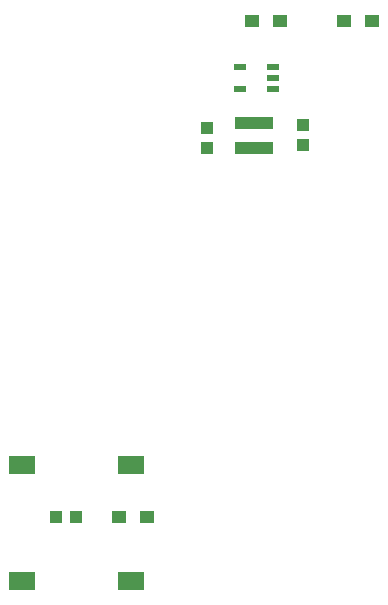
<source format=gtp>
%FSLAX44Y44*%
%MOMM*%
G71*
G01*
G75*
G04 Layer_Color=8421504*
%ADD10R,2.1800X1.6000*%
%ADD11R,1.0000X1.1000*%
%ADD12R,1.2500X1.1000*%
%ADD13R,3.2000X1.1200*%
%ADD14R,1.1000X1.0000*%
%ADD15R,1.1000X0.6000*%
%ADD16C,0.7000*%
%ADD17C,0.2540*%
%ADD18C,1.5240*%
%ADD19C,2.5000*%
%ADD20C,2.2000*%
%ADD21C,1.8000*%
%ADD22C,2.0000*%
%ADD23C,0.7000*%
%ADD24C,1.2700*%
%ADD25C,1.2100*%
%ADD26C,1.0000*%
%ADD27R,2.0000X0.6000*%
G04:AMPARAMS|DCode=28|XSize=2mm|YSize=0.8mm|CornerRadius=0.2mm|HoleSize=0mm|Usage=FLASHONLY|Rotation=270.000|XOffset=0mm|YOffset=0mm|HoleType=Round|Shape=RoundedRectangle|*
%AMROUNDEDRECTD28*
21,1,2.0000,0.4000,0,0,270.0*
21,1,1.6000,0.8000,0,0,270.0*
1,1,0.4000,-0.2000,-0.8000*
1,1,0.4000,-0.2000,0.8000*
1,1,0.4000,0.2000,0.8000*
1,1,0.4000,0.2000,-0.8000*
%
%ADD28ROUNDEDRECTD28*%
G04:AMPARAMS|DCode=29|XSize=2mm|YSize=0.8mm|CornerRadius=0.2mm|HoleSize=0mm|Usage=FLASHONLY|Rotation=0.000|XOffset=0mm|YOffset=0mm|HoleType=Round|Shape=RoundedRectangle|*
%AMROUNDEDRECTD29*
21,1,2.0000,0.4000,0,0,0.0*
21,1,1.6000,0.8000,0,0,0.0*
1,1,0.4000,0.8000,-0.2000*
1,1,0.4000,-0.8000,-0.2000*
1,1,0.4000,-0.8000,0.2000*
1,1,0.4000,0.8000,0.2000*
%
%ADD29ROUNDEDRECTD29*%
%ADD30C,0.5000*%
%ADD31C,1.0000*%
%ADD32C,0.1000*%
%ADD33C,0.2000*%
%ADD34C,0.3000*%
D10*
X62738Y45720D02*
D03*
X154738D02*
D03*
X62738Y144272D02*
D03*
X154738D02*
D03*
D11*
X300482Y431664D02*
D03*
Y414664D02*
D03*
X219456Y429378D02*
D03*
Y412378D02*
D03*
D12*
X358968Y520192D02*
D03*
X335468D02*
D03*
X281244D02*
D03*
X257744D02*
D03*
X168468Y99822D02*
D03*
X144968D02*
D03*
D13*
X259334Y412510D02*
D03*
Y433310D02*
D03*
D14*
X91576Y100076D02*
D03*
X108576D02*
D03*
D15*
X247336Y481026D02*
D03*
Y462026D02*
D03*
X275336Y481026D02*
D03*
Y471526D02*
D03*
Y462026D02*
D03*
M02*

</source>
